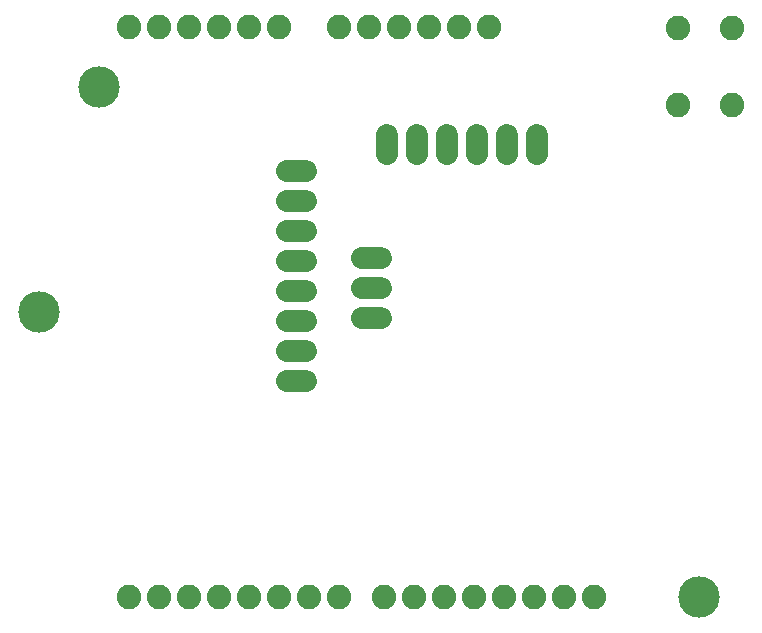
<source format=gbs>
G75*
G70*
%OFA0B0*%
%FSLAX25Y25*%
%IPPOS*%
%LPD*%
%AMOC8*
5,1,8,0,0,1.08239X$1,22.5*
%
%ADD10C,0.13800*%
%ADD11C,0.08200*%
%ADD12C,0.07200*%
D10*
X0016814Y0110039D03*
X0036814Y0185039D03*
X0236814Y0015039D03*
D11*
X0046814Y0015039D03*
X0056814Y0015039D03*
X0066814Y0015039D03*
X0076814Y0015039D03*
X0086814Y0015039D03*
X0096814Y0015039D03*
X0106814Y0015039D03*
X0116814Y0015039D03*
X0131814Y0015039D03*
X0141814Y0015039D03*
X0151814Y0015039D03*
X0161814Y0015039D03*
X0171814Y0015039D03*
X0181814Y0015039D03*
X0191814Y0015039D03*
X0201814Y0015039D03*
X0229914Y0179239D03*
X0247714Y0179239D03*
X0247714Y0204839D03*
X0229914Y0204839D03*
X0166814Y0205039D03*
X0156814Y0205039D03*
X0146814Y0205039D03*
X0136814Y0205039D03*
X0126814Y0205039D03*
X0116814Y0205039D03*
X0096814Y0205039D03*
X0086814Y0205039D03*
X0076814Y0205039D03*
X0066814Y0205039D03*
X0056814Y0205039D03*
X0046814Y0205039D03*
D12*
X0099614Y0157039D02*
X0106014Y0157039D01*
X0106014Y0147039D02*
X0099614Y0147039D01*
X0099614Y0137039D02*
X0106014Y0137039D01*
X0106014Y0127039D02*
X0099614Y0127039D01*
X0099614Y0117039D02*
X0106014Y0117039D01*
X0106014Y0107039D02*
X0099614Y0107039D01*
X0099614Y0097039D02*
X0106014Y0097039D01*
X0106014Y0087039D02*
X0099614Y0087039D01*
X0124614Y0108039D02*
X0131014Y0108039D01*
X0131014Y0118039D02*
X0124614Y0118039D01*
X0124614Y0128039D02*
X0131014Y0128039D01*
X0132814Y0162839D02*
X0132814Y0169239D01*
X0142814Y0169239D02*
X0142814Y0162839D01*
X0152814Y0162839D02*
X0152814Y0169239D01*
X0162814Y0169239D02*
X0162814Y0162839D01*
X0172814Y0162839D02*
X0172814Y0169239D01*
X0182814Y0169239D02*
X0182814Y0162839D01*
M02*

</source>
